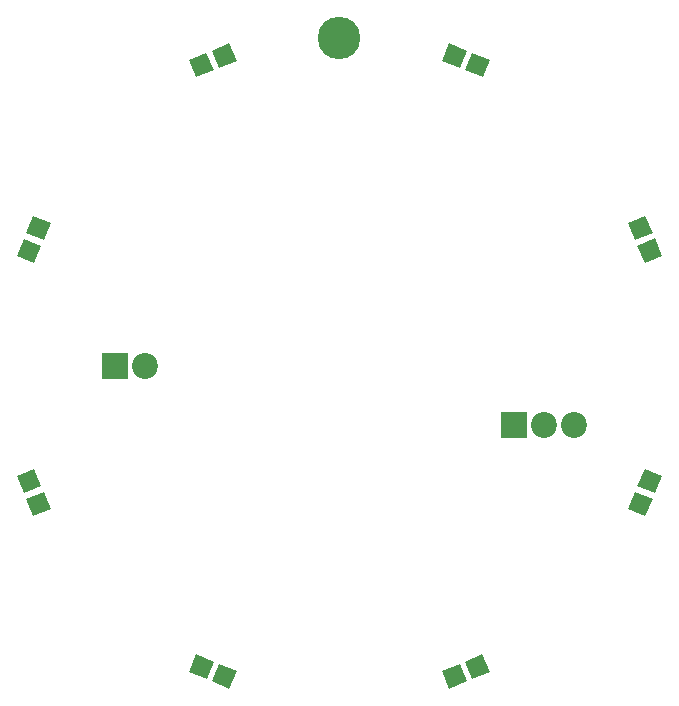
<source format=gts>
G04 #@! TF.FileFunction,Soldermask,Top*
%FSLAX46Y46*%
G04 Gerber Fmt 4.6, Leading zero omitted, Abs format (unit mm)*
G04 Created by KiCad (PCBNEW 4.0.7) date Thursday, May 03, 2018 'AMt' 10:41:57 AM*
%MOMM*%
%LPD*%
G01*
G04 APERTURE LIST*
%ADD10C,0.100000*%
%ADD11R,2.200000X2.200000*%
%ADD12C,2.200000*%
%ADD13C,3.600000*%
G04 APERTURE END LIST*
D10*
G36*
X87276313Y-125901211D02*
X87888178Y-124424038D01*
X89365351Y-125035903D01*
X88753486Y-126513076D01*
X87276313Y-125901211D01*
X87276313Y-125901211D01*
G37*
G36*
X89214649Y-126704097D02*
X89826514Y-125226924D01*
X91303687Y-125838789D01*
X90691822Y-127315962D01*
X89214649Y-126704097D01*
X89214649Y-126704097D01*
G37*
G36*
X74098789Y-87276313D02*
X75575962Y-87888178D01*
X74964097Y-89365351D01*
X73486924Y-88753486D01*
X74098789Y-87276313D01*
X74098789Y-87276313D01*
G37*
G36*
X73295903Y-89214649D02*
X74773076Y-89826514D01*
X74161211Y-91303687D01*
X72684038Y-90691822D01*
X73295903Y-89214649D01*
X73295903Y-89214649D01*
G37*
G36*
X108706313Y-74161211D02*
X109318178Y-72684038D01*
X110795351Y-73295903D01*
X110183486Y-74773076D01*
X108706313Y-74161211D01*
X108706313Y-74161211D01*
G37*
G36*
X110644649Y-74964097D02*
X111256514Y-73486924D01*
X112733687Y-74098789D01*
X112121822Y-75575962D01*
X110644649Y-74964097D01*
X110644649Y-74964097D01*
G37*
G36*
X90681822Y-72684038D02*
X91293687Y-74161211D01*
X89816514Y-74773076D01*
X89204649Y-73295903D01*
X90681822Y-72684038D01*
X90681822Y-72684038D01*
G37*
G36*
X88743486Y-73486924D02*
X89355351Y-74964097D01*
X87878178Y-75575962D01*
X87266313Y-74098789D01*
X88743486Y-73486924D01*
X88743486Y-73486924D01*
G37*
G36*
X72684038Y-109318178D02*
X74161211Y-108706313D01*
X74773076Y-110183486D01*
X73295903Y-110795351D01*
X72684038Y-109318178D01*
X72684038Y-109318178D01*
G37*
G36*
X73486924Y-111256514D02*
X74964097Y-110644649D01*
X75575962Y-112121822D01*
X74098789Y-112733687D01*
X73486924Y-111256514D01*
X73486924Y-111256514D01*
G37*
G36*
X125838789Y-108696313D02*
X127315962Y-109308178D01*
X126704097Y-110785351D01*
X125226924Y-110173486D01*
X125838789Y-108696313D01*
X125838789Y-108696313D01*
G37*
G36*
X125035903Y-110634649D02*
X126513076Y-111246514D01*
X125901211Y-112723687D01*
X124424038Y-112111822D01*
X125035903Y-110634649D01*
X125035903Y-110634649D01*
G37*
G36*
X124424038Y-87878178D02*
X125901211Y-87266313D01*
X126513076Y-88743486D01*
X125035903Y-89355351D01*
X124424038Y-87878178D01*
X124424038Y-87878178D01*
G37*
G36*
X125226924Y-89816514D02*
X126704097Y-89204649D01*
X127315962Y-90681822D01*
X125838789Y-91293687D01*
X125226924Y-89816514D01*
X125226924Y-89816514D01*
G37*
G36*
X112111822Y-124424038D02*
X112723687Y-125901211D01*
X111246514Y-126513076D01*
X110634649Y-125035903D01*
X112111822Y-124424038D01*
X112111822Y-124424038D01*
G37*
G36*
X110173486Y-125226924D02*
X110785351Y-126704097D01*
X109308178Y-127315962D01*
X108696313Y-125838789D01*
X110173486Y-125226924D01*
X110173486Y-125226924D01*
G37*
D11*
X81000000Y-100000000D03*
D12*
X83540000Y-100000000D03*
D13*
X100000000Y-72200000D03*
D11*
X114800000Y-105000000D03*
D12*
X117340000Y-105000000D03*
X119880000Y-105000000D03*
M02*

</source>
